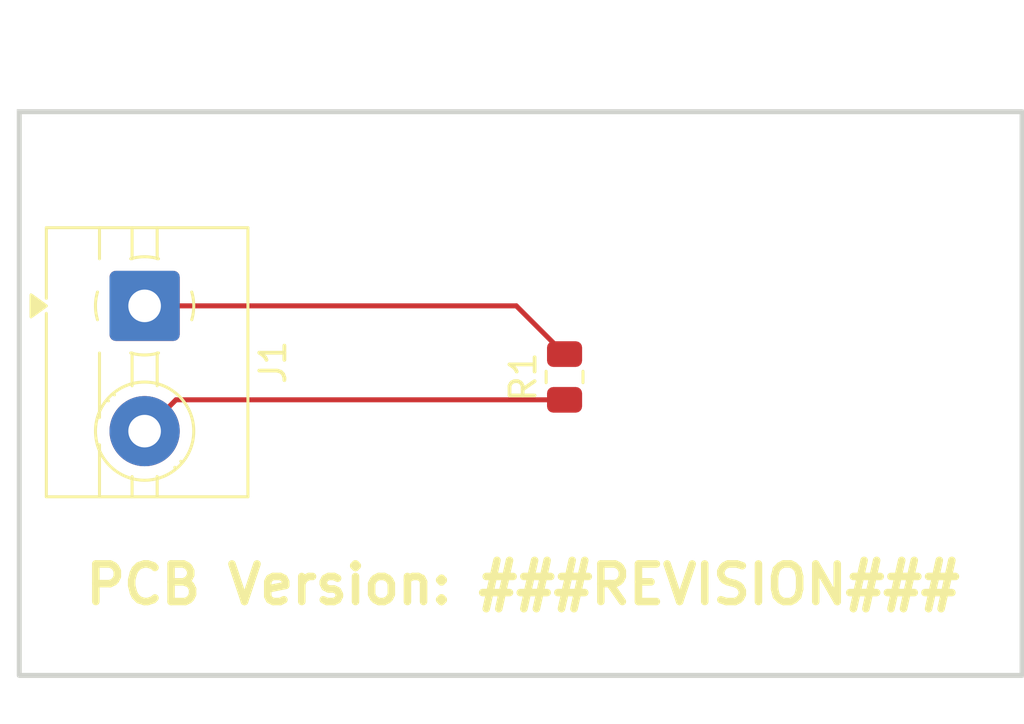
<source format=kicad_pcb>
(kicad_pcb (version 20241229) (generator "pcbnew") (generator_version "9.0")
  (title_block (rev "###REVISION###"))
  (layers (0 "F.Cu" signal) (2 "B.Cu" signal) (13 "F.Paste" user) (15 "B.Paste" user) (5 "F.SilkS" user "F.Silkscreen") (7 "B.SilkS" user "B.Silkscreen") (1 "F.Mask" user) (3 "B.Mask" user) (25 "Edge.Cuts" user))
  (net 0 "")
  (net 1 "Net-(J1-Pin_2)")
  (net 2 "GND")
  (footprint "2s_connectors:TerminalBlock_MaiXu_MX126-5.0-02P_1x02_P5.00mm" (layer "F.Cu") (at 144.25 59.25 -90)
    (property "Reference" "J1" (at 2.25 -5.12 90) (layer "F.SilkS"))
    (property "Value" "Screw Terminal Block 5.00 mm 2 pol")
    (fp_line (start -3.12 3.92) (end -0.3 3.92) (stroke (width 0.12)) (layer "F.SilkS"))
    (fp_line (start 0.3 3.92) (end 7.62 3.92) (stroke (width 0.12)) (layer "F.SilkS"))
    (fp_line (start -3.12 1.8) (end -1.88 1.8) (stroke (width 0.12)) (layer "F.SilkS"))
    (fp_line (start 1.88 1.8) (end 4.457 1.8) (stroke (width 0.12)) (layer "F.SilkS"))
    (fp_line (start 5.543 1.8) (end 7.62 1.8) (stroke (width 0.12)) (layer "F.SilkS"))
    (fp_line (start 3.795 1.443) (end 3.752 1.486) (stroke (width 0.12)) (layer "F.SilkS"))
    (fp_line (start 3.556 1.204) (end 3.513 1.247) (stroke (width 0.12)) (layer "F.SilkS"))
    (fp_line (start -3.12 0.5) (end -1.88 0.5) (stroke (width 0.12)) (layer "F.SilkS"))
    (fp_line (start 1.88 0.5) (end 3.188 0.5) (stroke (width 0.12)) (layer "F.SilkS"))
    (fp_line (start 6.812 0.5) (end 7.62 0.5) (stroke (width 0.12)) (layer "F.SilkS"))
    (fp_line (start -3.12 -0.5) (end -1.88 -0.5) (stroke (width 0.12)) (layer "F.SilkS"))
    (fp_line (start 1.88 -0.5) (end 3.188 -0.5) (stroke (width 0.12)) (layer "F.SilkS"))
    (fp_line (start 6.812 -0.5) (end 7.62 -0.5) (stroke (width 0.12)) (layer "F.SilkS"))
    (fp_line (start 6.487 -1.247) (end 6.444 -1.204) (stroke (width 0.12)) (layer "F.SilkS"))
    (fp_line (start 6.247 -1.486) (end 6.204 -1.443) (stroke (width 0.12)) (layer "F.SilkS"))
    (fp_line (start -3.12 -4.12) (end -3.12 3.92) (stroke (width 0.12)) (layer "F.SilkS"))
    (fp_line (start -3.12 -4.12) (end 7.62 -4.12) (stroke (width 0.12)) (layer "F.SilkS"))
    (fp_line (start 7.62 -4.12) (end 7.62 3.92) (stroke (width 0.12)) (layer "F.SilkS"))
    (fp_arc (start 0.554 1.88) (mid -0.000246 1.959928) (end -0.554472 1.879861) (stroke (width 0.12)) (layer "F.SilkS"))
    (fp_arc (start -1.88 0.554) (mid -1.959928 -0.000246) (end -1.879861 -0.554472) (stroke (width 0.12)) (layer "F.SilkS"))
    (fp_arc (start 1.88 -0.554) (mid 1.959928 0.000246) (end 1.879861 0.554472) (stroke (width 0.12)) (layer "F.SilkS"))
    (fp_arc (start -0.554 -1.88) (mid 0.000246 -1.959928) (end 0.554472 -1.879861) (stroke (width 0.12)) (layer "F.SilkS"))
    (fp_circle (center 5 0) (end 6.96 0) (stroke (width 0.12)) (fill no) (layer "F.SilkS"))
    (fp_poly (pts (xy 0 3.92) (xy 0.44 4.53) (xy -0.44 4.53) (xy 0 3.92)) (stroke (width 0.12)) (fill yes) (layer "F.SilkS"))
    (pad "1" thru_hole roundrect (at 0 0 270) (size 2.8 2.8) (drill 1.3) (layers "*.Cu" "*.Mask") (roundrect_rratio 0.089286) (net 2 "GND"))
    (pad "2" thru_hole circle (at 5 0 270) (size 2.8 2.8) (drill 1.3) (layers "*.Cu" "*.Mask") (net 1 "Net-(J1-Pin_2)"))
  )
  (footprint "Resistor_SMD:R_0805_2012Metric" (layer "F.Cu") (at 161 62.0875 90)
    (property "Reference" "R1" (at 0 -1.65 90) (layer "F.SilkS"))
    (property "Value" "47k_0805")
    (fp_line (start -0.227064 -0.735) (end 0.227064 -0.735) (stroke (width 0.12)) (layer "F.SilkS"))
    (fp_line (start -0.227064 0.735) (end 0.227064 0.735) (stroke (width 0.12)) (layer "F.SilkS"))
    (pad "1" smd roundrect (at -0.9125 0 90) (size 1.025 1.4) (layers "F.Cu" "F.Mask" "F.Paste") (roundrect_rratio 0.243902) (net 1 "Net-(J1-Pin_2)"))
    (pad "2" smd roundrect (at 0.9125 0 90) (size 1.025 1.4) (layers "F.Cu" "F.Mask" "F.Paste") (roundrect_rratio 0.243902) (net 2 "GND"))
  )
  (gr_rect (start 139.25 51.5) (end 179.25 74) (stroke (width 0.2)) (fill no) (layer "Edge.Cuts"))
  (gr_text "PCB Version: ${REVISION}" (at 141.75 71.25 0) (layer "F.SilkS") (effects (font (size 1.5 1.5) (thickness 0.3) (bold yes)) (justify left bottom)))
  (segment (start 145.5 63) (end 144.25 64.25) (width 0.2) (layer "F.Cu") (net 1))
  (segment (start 161 63) (end 145.5 63) (width 0.2) (layer "F.Cu") (net 1))
  (segment (start 144.25 59.25) (end 159.075 59.25) (width 0.2) (layer "F.Cu") (net 2))
  (segment (start 159.075 59.25) (end 161 61.175) (width 0.2) (layer "F.Cu") (net 2))
)
</source>
